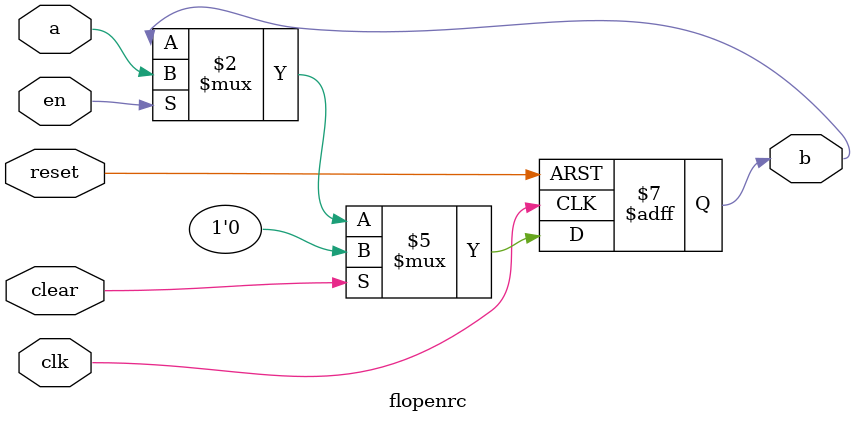
<source format=sv>
`timescale 1ns / 1ps


module flopenrc
#(parameter width = 1)
(
    input [width - 1 : 0] a,
    output logic [width - 1 : 0] b,
    input clk,
    input reset,
    input en,
    input clear
    );
    always@(posedge clk, posedge reset)
        if(reset) b <= 0;
        else if(clear) b <= 0;
        else if(en) b <= a;
endmodule

</source>
